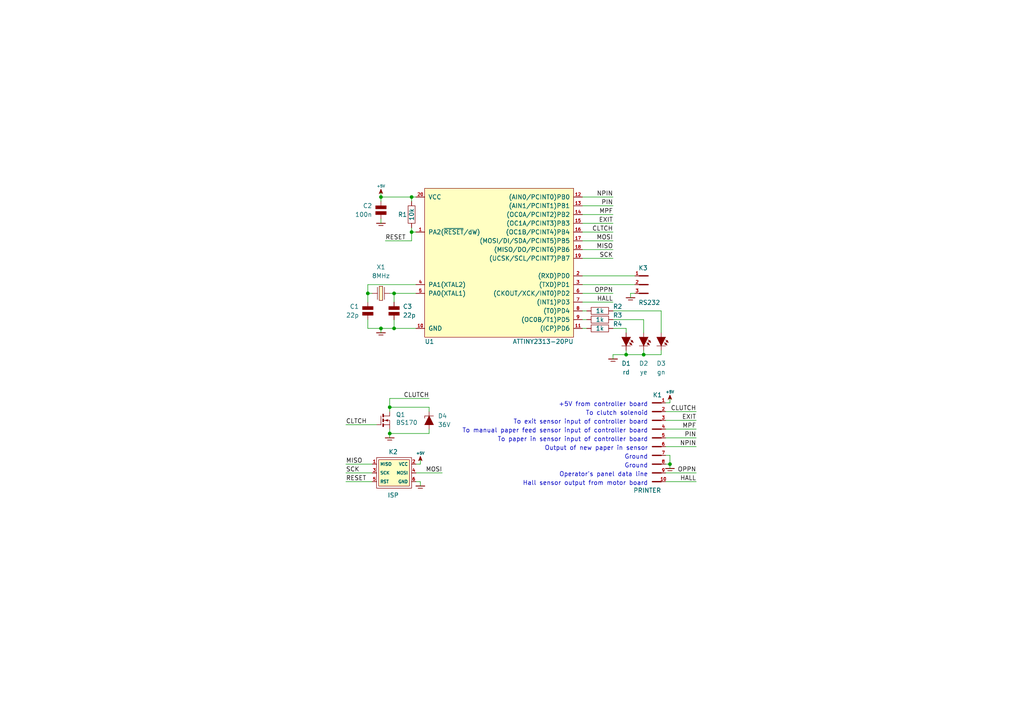
<source format=kicad_sch>
(kicad_sch (version 20230121) (generator eeschema)
  (paper "A4")
  (lib_symbols
    (symbol "haxmark-rescue:+5V" (power) (pin_numbers hide) (pin_names (offset 0))
      (property "Value" "+5V" (at 0 1.905 0))
      (symbol "+5V_0_1"
        (polyline (pts (xy -0.508 -0.254) (xy 0 0) (xy 0.508 -0.254) (xy 0 1.016) (xy -0.508 -0.254)) (fill (type outline)))
      )
      (symbol "+5V_1_1"
        (pin power_in line (at 0 0 90) (length 0) hide (name "+5V") (number "1"))
      )
    )
    (symbol "haxmark-rescue:ATTINY2313-20PU" (pin_names (offset 1.016))
      (property "Reference" "U" (at -21.59 -22.86 0))
      (property "Value" "ATTINY2313-20PU" (at 21.59 -22.86 0))
      (symbol "ATTINY2313-20PU_0_1"
        (rectangle (start 21.59 21.59) (end -21.59 -21.59) (fill (type background)))
      )
      (symbol "ATTINY2313-20PU_1_1"
        (pin bidirectional line (at -24.13 8.89 0) (length 2.54) (name "PA2(~{RESET}/dW)") (number "1"))
        (pin power_in line (at -24.13 -19.05 0) (length 2.54) (name "GND") (number "10"))
        (pin bidirectional line (at 24.13 -19.05 180) (length 2.54) (name "(ICP)PD6") (number "11"))
        (pin bidirectional line (at 24.13 19.05 180) (length 2.54) (name "(AIN0/PCINT0)PB0") (number "12"))
        (pin bidirectional line (at 24.13 16.51 180) (length 2.54) (name "(AIN1/PCINT1)PB1") (number "13"))
        (pin bidirectional line (at 24.13 13.97 180) (length 2.54) (name "(OC0A/PCINT2)PB2") (number "14"))
        (pin bidirectional line (at 24.13 11.43 180) (length 2.54) (name "(OC1A/PCINT3)PB3") (number "15"))
        (pin bidirectional line (at 24.13 8.89 180) (length 2.54) (name "(OC1B/PCINT4)PB4") (number "16"))
        (pin bidirectional line (at 24.13 6.35 180) (length 2.54) (name "(MOSI/DI/SDA/PCINT5)PB5") (number "17"))
        (pin bidirectional line (at 24.13 3.81 180) (length 2.54) (name "(MISO/DO/PCINT6)PB6") (number "18"))
        (pin bidirectional line (at 24.13 1.27 180) (length 2.54) (name "(UCSK/SCL/PCINT7)PB7") (number "19"))
        (pin bidirectional line (at 24.13 -3.81 180) (length 2.54) (name "(RXD)PD0") (number "2"))
        (pin power_in line (at -24.13 19.05 0) (length 2.54) (name "VCC") (number "20"))
        (pin bidirectional line (at 24.13 -6.35 180) (length 2.54) (name "(TXD)PD1") (number "3"))
        (pin bidirectional line (at -24.13 -6.35 0) (length 2.54) (name "PA1(XTAL2)") (number "4"))
        (pin bidirectional line (at -24.13 -8.89 0) (length 2.54) (name "PA0(XTAL1)") (number "5"))
        (pin bidirectional line (at 24.13 -8.89 180) (length 2.54) (name "(CKOUT/XCK/INT0)PD2") (number "6"))
        (pin bidirectional line (at 24.13 -11.43 180) (length 2.54) (name "(INT1)PD3") (number "7"))
        (pin bidirectional line (at 24.13 -13.97 180) (length 2.54) (name "(T0)PD4") (number "8"))
        (pin bidirectional line (at 24.13 -16.51 180) (length 2.54) (name "(OC0B/T1)PD5") (number "9"))
      )
    )
    (symbol "haxmark-rescue:BS170" (pin_numbers hide) (pin_names (offset 0) hide)
      (property "Reference" "Q" (at 3.048 1.651 0))
      (property "Value" "BS170" (at 3.048 -0.635 0))
      (symbol "BS170_0_0"
        (rectangle (start -0.7112 -1.016) (end -0.5334 -1.778) (stroke (width 0.254)) (fill (type background)))
        (rectangle (start -0.7112 0.381) (end -0.5334 -0.381) (stroke (width 0.254)) (fill (type background)))
        (rectangle (start -0.7112 1.778) (end -0.5334 1.016) (stroke (width 0.254)) (fill (type background)))
        (polyline (pts (xy 0 0) (xy 0.762 0.254) (xy 0.508 0) (xy 0.762 -0.254) (xy 0 0)) (fill (type outline)))
      )
      (symbol "BS170_0_1"
        (polyline (pts (xy -1.27 -1.27) (xy -1.27 1.27)))
        (polyline (pts (xy 1.27 -1.27) (xy -0.508 -1.27)))
        (polyline (pts (xy 1.27 1.27) (xy -0.508 1.27)))
        (polyline (pts (xy 1.27 -1.27) (xy 1.27 0) (xy -0.635 0)))
      )
      (symbol "BS170_1_1"
        (pin passive line (at 1.27 2.54 270) (length 1.27) (name "D") (number "1"))
        (pin passive line (at -2.54 -1.27 0) (length 1.27) (name "G") (number "2"))
        (pin passive line (at 1.27 -2.54 90) (length 1.27) (name "S") (number "3"))
      )
    )
    (symbol "haxmark-rescue:C" (pin_numbers hide) (pin_names (offset 0.254))
      (property "Reference" "C" (at 2.54 1.27 0))
      (property "Value" "C" (at 2.54 -1.27 0))
      (symbol "C_0_1"
        (rectangle (start -1.524 -0.381) (end 1.524 -1.27) (fill (type outline)))
        (rectangle (start -1.524 1.27) (end 1.524 0.381) (fill (type outline)))
      )
      (symbol "C_1_1"
        (pin passive line (at 0 2.54 270) (length 1.27) (name "~") (number "1"))
        (pin passive line (at 0 -2.54 90) (length 1.27) (name "~") (number "2"))
      )
    )
    (symbol "haxmark-rescue:DZ" (pin_numbers hide) (pin_names (offset 0) hide)
      (property "Reference" "D" (at 0 2.54 0))
      (property "Value" "DZ" (at 0 -2.54 0))
      (symbol "DZ_0_1"
        (polyline (pts (xy 1.27 1.27) (xy 0.635 1.27)))
        (polyline (pts (xy 1.27 1.27) (xy 1.27 -1.27)))
        (polyline (pts (xy -1.27 1.27) (xy -1.27 -1.27) (xy 1.27 0) (xy -1.27 1.27)) (fill (type outline)))
      )
      (symbol "DZ_1_1"
        (pin passive line (at -2.54 0 0) (length 1.27) (name "A") (number "1"))
        (pin passive line (at 2.54 0 180) (length 1.27) (name "C") (number "2"))
      )
    )
    (symbol "haxmark-rescue:GND" (power) (pin_names (offset 0))
      (symbol "GND_0_1"
        (polyline (pts (xy -1.27 0) (xy 1.27 0)) (stroke (width 0.254)))
        (polyline (pts (xy -0.635 -0.635) (xy 0.635 -0.635)) (stroke (width 0.2032)))
      )
      (symbol "GND_1_1"
        (pin power_in line (at 0 0 90) (length 0) hide (name "GND") (number "1"))
      )
    )
    (symbol "haxmark-rescue:ISP6" (pin_names (offset 1.016))
      (property "Reference" "K" (at -0.254 6.096 0))
      (property "Value" "ISP6" (at -0.254 -6.477 0))
      (symbol "ISP6_0_1"
        (rectangle (start -5.08 4.445) (end 5.08 -4.445))
        (rectangle (start -4.445 3.81) (end 4.445 -3.81) (fill (type background)))
      )
      (symbol "ISP6_1_1"
        (pin passive line (at -6.35 2.54 0) (length 1.27) (name "MISO") (number "1"))
        (pin passive line (at 6.35 2.54 180) (length 1.27) (name "VCC") (number "2"))
        (pin passive line (at -6.35 0 0) (length 1.27) (name "SCK") (number "3"))
        (pin passive line (at 6.35 0 180) (length 1.27) (name "MOSI") (number "4"))
        (pin passive line (at -6.35 -2.54 0) (length 1.27) (name "RST") (number "5"))
        (pin passive line (at 6.35 -2.54 180) (length 1.27) (name "GND") (number "6"))
      )
    )
    (symbol "haxmark-rescue:LED" (pin_numbers hide) (pin_names (offset 0) hide)
      (property "Reference" "D" (at 0 3.175 0))
      (property "Value" "LED" (at 0 -3.175 0))
      (symbol "LED_0_1"
        (polyline (pts (xy -0.508 1.27) (xy 0.254 2.032)))
        (polyline (pts (xy 0.254 0.889) (xy 1.016 1.651)))
        (polyline (pts (xy 1.27 1.27) (xy 1.27 -1.27)))
        (polyline (pts (xy -1.27 1.27) (xy -1.27 -1.27) (xy 1.27 0) (xy -1.27 1.27)) (fill (type outline)))
        (polyline (pts (xy 0.254 2.032) (xy -0.381 1.778) (xy 0 1.397) (xy 0.254 2.032)) (fill (type outline)))
        (polyline (pts (xy 1.016 1.651) (xy 0.381 1.397) (xy 0.762 1.016) (xy 1.016 1.651)) (fill (type outline)))
      )
      (symbol "LED_1_1"
        (pin passive line (at -2.54 0 0) (length 1.27) (name "A") (number "1"))
        (pin passive line (at 2.54 0 180) (length 1.27) (name "C") (number "2"))
      )
    )
    (symbol "haxmark-rescue:M1_10" (pin_names (offset 1.016))
      (property "Reference" "K" (at -0.254 13.716 0))
      (property "Value" "M1_10" (at 0 -13.97 0))
      (symbol "M1_10_0_1"
        (polyline (pts (xy 0 -11.43) (xy 2.54 -11.43)) (stroke (width 0.381)))
        (polyline (pts (xy 0 -8.89) (xy 2.54 -8.89)) (stroke (width 0.381)))
        (polyline (pts (xy 0 -6.35) (xy 2.54 -6.35)) (stroke (width 0.381)))
        (polyline (pts (xy 0 -3.81) (xy 2.54 -3.81)) (stroke (width 0.381)))
        (polyline (pts (xy 0 -1.27) (xy 2.54 -1.27)) (stroke (width 0.381)))
        (polyline (pts (xy 0 1.27) (xy 2.54 1.27)) (stroke (width 0.381)))
        (polyline (pts (xy 0 3.81) (xy 2.54 3.81)) (stroke (width 0.381)))
        (polyline (pts (xy 0 6.35) (xy 2.54 6.35)) (stroke (width 0.381)))
        (polyline (pts (xy 0 8.89) (xy 2.54 8.89)) (stroke (width 0.381)))
        (polyline (pts (xy 0 11.43) (xy 2.54 11.43)) (stroke (width 0.381)))
      )
      (symbol "M1_10_1_1"
        (pin passive line (at -1.27 11.43 0) (length 1.27) (name "~") (number "1"))
        (pin passive line (at -1.27 -11.43 0) (length 1.27) (name "~") (number "10"))
        (pin passive line (at -1.27 8.89 0) (length 1.27) (name "~") (number "2"))
        (pin passive line (at -1.27 6.35 0) (length 1.27) (name "~") (number "3"))
        (pin passive line (at -1.27 3.81 0) (length 1.27) (name "~") (number "4"))
        (pin passive line (at -1.27 1.27 0) (length 1.27) (name "~") (number "5"))
        (pin passive line (at -1.27 -1.27 0) (length 1.27) (name "~") (number "6"))
        (pin passive line (at -1.27 -3.81 0) (length 1.27) (name "~") (number "7"))
        (pin passive line (at -1.27 -6.35 0) (length 1.27) (name "~") (number "8"))
        (pin passive line (at -1.27 -8.89 0) (length 1.27) (name "~") (number "9"))
      )
    )
    (symbol "haxmark-rescue:M1_3" (pin_names (offset 1.016))
      (property "Reference" "K" (at -0.254 4.826 0))
      (property "Value" "M1_3" (at -0.254 -5.207 0))
      (symbol "M1_3_0_1"
        (polyline (pts (xy 0 -2.54) (xy 2.54 -2.54)) (stroke (width 0.381)))
        (polyline (pts (xy 0 0) (xy 2.54 0)) (stroke (width 0.381)))
        (polyline (pts (xy 0 2.54) (xy 2.54 2.54)) (stroke (width 0.381)))
      )
      (symbol "M1_3_1_1"
        (pin passive line (at -1.27 2.54 0) (length 1.27) (name "~") (number "1"))
        (pin passive line (at -1.27 0 0) (length 1.27) (name "~") (number "2"))
        (pin passive line (at -1.27 -2.54 0) (length 1.27) (name "~") (number "3"))
      )
    )
    (symbol "haxmark-rescue:R" (pin_numbers hide) (pin_names (offset 0))
      (property "Reference" "R" (at 1.27 0 0))
      (property "Value" "R" (at 0 0 90))
      (symbol "R_0_1"
        (rectangle (start -1.016 2.54) (end 1.016 -2.54))
      )
      (symbol "R_1_1"
        (pin passive line (at 0 3.81 270) (length 1.27) (name "~") (number "1"))
        (pin passive line (at 0 -3.81 90) (length 1.27) (name "~") (number "2"))
      )
    )
    (symbol "haxmark-rescue:XTAL" (pin_names (offset 1.016))
      (property "Reference" "X" (at 2.54 1.27 0))
      (property "Value" "XTAL" (at 2.54 -1.27 0))
      (symbol "XTAL_1_1"
        (rectangle (start -2.032 0.508) (end 2.032 -0.508) (fill (type background)))
        (polyline (pts (xy -1.778 -1.016) (xy 1.778 -1.016)))
        (polyline (pts (xy -1.778 1.016) (xy 1.778 1.016)))
        (pin power_in line (at 0 2.54 270) (length 1.524) (name "~") (number "1"))
        (pin power_in line (at 0 -2.54 90) (length 1.524) (name "~") (number "2"))
      )
    )
  )
  (junction (at 119.38 57.15))
  (junction (at 110.49 57.15))
  (junction (at 110.49 95.25))
  (junction (at 181.61 102.87))
  (junction (at 113.03 125.73))
  (junction (at 113.03 118.11))
  (junction (at 114.3 95.25))
  (junction (at 119.38 67.31))
  (junction (at 186.69 102.87))
  (junction (at 106.68 85.09))
  (junction (at 114.3 85.09))
  (junction (at 194.31 134.62))
  (wire (pts (xy 121.92 139.7) (xy 120.65 139.7)))
  (wire (pts (xy 168.91 92.71) (xy 170.18 92.71)))
  (wire (pts (xy 201.93 137.16) (xy 193.04 137.16)))
  (wire (pts (xy 191.77 90.17) (xy 191.77 96.52)))
  (wire (pts (xy 194.31 132.08) (xy 193.04 132.08)))
  (wire (pts (xy 184.15 80.01) (xy 168.91 80.01)))
  (wire (pts (xy 121.92 133.35) (xy 121.92 134.62)))
  (wire (pts (xy 113.03 118.11) (xy 113.03 119.38)))
  (wire (pts (xy 110.49 96.52) (xy 110.49 95.25)))
  (wire (pts (xy 110.49 57.15) (xy 110.49 58.42)))
  (wire (pts (xy 186.69 92.71) (xy 186.69 96.52)))
  (wire (pts (xy 177.8 64.77) (xy 168.91 64.77)))
  (wire (pts (xy 194.31 134.62) (xy 194.31 135.89)))
  (wire (pts (xy 191.77 102.87) (xy 191.77 101.6)))
  (wire (pts (xy 193.04 116.84) (xy 194.31 116.84)))
  (wire (pts (xy 113.03 124.46) (xy 113.03 125.73)))
  (wire (pts (xy 119.38 67.31) (xy 120.65 67.31)))
  (wire (pts (xy 201.93 129.54) (xy 193.04 129.54)))
  (wire (pts (xy 177.8 90.17) (xy 191.77 90.17)))
  (wire (pts (xy 121.92 140.97) (xy 121.92 139.7)))
  (wire (pts (xy 181.61 95.25) (xy 177.8 95.25)))
  (wire (pts (xy 177.8 57.15) (xy 168.91 57.15)))
  (wire (pts (xy 106.68 85.09) (xy 106.68 87.63)))
  (wire (pts (xy 119.38 67.31) (xy 119.38 69.85)))
  (wire (pts (xy 177.8 59.69) (xy 168.91 59.69)))
  (wire (pts (xy 194.31 134.62) (xy 193.04 134.62)))
  (wire (pts (xy 128.27 137.16) (xy 120.65 137.16)))
  (wire (pts (xy 201.93 119.38) (xy 193.04 119.38)))
  (wire (pts (xy 114.3 85.09) (xy 120.65 85.09)))
  (wire (pts (xy 177.8 74.93) (xy 168.91 74.93)))
  (wire (pts (xy 124.46 118.11) (xy 124.46 119.38)))
  (wire (pts (xy 170.18 95.25) (xy 168.91 95.25)))
  (wire (pts (xy 100.33 123.19) (xy 109.22 123.19)))
  (wire (pts (xy 186.69 102.87) (xy 186.69 101.6)))
  (wire (pts (xy 113.03 125.73) (xy 113.03 127)))
  (wire (pts (xy 114.3 95.25) (xy 120.65 95.25)))
  (wire (pts (xy 177.8 87.63) (xy 168.91 87.63)))
  (wire (pts (xy 177.8 69.85) (xy 168.91 69.85)))
  (wire (pts (xy 120.65 82.55) (xy 106.68 82.55)))
  (wire (pts (xy 177.8 85.09) (xy 168.91 85.09)))
  (wire (pts (xy 110.49 55.88) (xy 110.49 57.15)))
  (wire (pts (xy 106.68 82.55) (xy 106.68 85.09)))
  (wire (pts (xy 113.03 115.57) (xy 113.03 118.11)))
  (wire (pts (xy 177.8 92.71) (xy 186.69 92.71)))
  (wire (pts (xy 114.3 95.25) (xy 114.3 92.71)))
  (wire (pts (xy 177.8 102.87) (xy 181.61 102.87)))
  (wire (pts (xy 181.61 102.87) (xy 181.61 101.6)))
  (wire (pts (xy 107.95 134.62) (xy 100.33 134.62)))
  (wire (pts (xy 182.88 85.09) (xy 184.15 85.09)))
  (wire (pts (xy 177.8 104.14) (xy 177.8 102.87)))
  (wire (pts (xy 119.38 57.15) (xy 119.38 58.42)))
  (wire (pts (xy 119.38 66.04) (xy 119.38 67.31)))
  (wire (pts (xy 110.49 64.77) (xy 110.49 63.5)))
  (wire (pts (xy 124.46 125.73) (xy 124.46 124.46)))
  (wire (pts (xy 201.93 121.92) (xy 193.04 121.92)))
  (wire (pts (xy 119.38 57.15) (xy 120.65 57.15)))
  (wire (pts (xy 168.91 82.55) (xy 184.15 82.55)))
  (wire (pts (xy 182.88 86.36) (xy 182.88 85.09)))
  (wire (pts (xy 194.31 116.84) (xy 194.31 115.57)))
  (wire (pts (xy 201.93 127) (xy 193.04 127)))
  (wire (pts (xy 100.33 139.7) (xy 107.95 139.7)))
  (wire (pts (xy 194.31 132.08) (xy 194.31 134.62)))
  (wire (pts (xy 121.92 134.62) (xy 120.65 134.62)))
  (wire (pts (xy 181.61 96.52) (xy 181.61 95.25)))
  (wire (pts (xy 181.61 102.87) (xy 186.69 102.87)))
  (wire (pts (xy 100.33 137.16) (xy 107.95 137.16)))
  (wire (pts (xy 113.03 125.73) (xy 124.46 125.73)))
  (wire (pts (xy 106.68 95.25) (xy 106.68 92.71)))
  (wire (pts (xy 201.93 124.46) (xy 193.04 124.46)))
  (wire (pts (xy 113.03 118.11) (xy 124.46 118.11)))
  (wire (pts (xy 201.93 139.7) (xy 193.04 139.7)))
  (wire (pts (xy 106.68 95.25) (xy 110.49 95.25)))
  (wire (pts (xy 124.46 115.57) (xy 113.03 115.57)))
  (wire (pts (xy 113.03 85.09) (xy 114.3 85.09)))
  (wire (pts (xy 110.49 95.25) (xy 114.3 95.25)))
  (wire (pts (xy 177.8 72.39) (xy 168.91 72.39)))
  (wire (pts (xy 177.8 62.23) (xy 168.91 62.23)))
  (wire (pts (xy 119.38 69.85) (xy 111.76 69.85)))
  (wire (pts (xy 177.8 67.31) (xy 168.91 67.31)))
  (wire (pts (xy 186.69 102.87) (xy 191.77 102.87)))
  (wire (pts (xy 114.3 85.09) (xy 114.3 87.63)))
  (wire (pts (xy 170.18 90.17) (xy 168.91 90.17)))
  (wire (pts (xy 107.95 85.09) (xy 106.68 85.09)))
  (wire (pts (xy 110.49 57.15) (xy 119.38 57.15)))
  (text "+5V from controller board" (at 187.96 118.11 0) (effects (font (size 1.27 1.27)) (justify right bottom)))
  (text "Ground" (at 187.96 135.89 0) (effects (font (size 1.27 1.27)) (justify right bottom)))
  (text "To paper in sensor input of controller board" (at 187.96 128.27 0) (effects (font (size 1.27 1.27)) (justify right bottom)))
  (text "Hall sensor output from motor board" (at 187.96 140.97 0) (effects (font (size 1.27 1.27)) (justify right bottom)))
  (text "Ground" (at 187.96 133.35 0) (effects (font (size 1.27 1.27)) (justify right bottom)))
  (text "Operator's panel data line" (at 187.96 138.43 0) (effects (font (size 1.27 1.27)) (justify right bottom)))
  (text "Output of new paper in sensor" (at 187.96 130.81 0) (effects (font (size 1.27 1.27)) (justify right bottom)))
  (text "To clutch solenoid" (at 187.96 120.65 0) (effects (font (size 1.27 1.27)) (justify right bottom)))
  (text "To exit sensor input of controller board" (at 187.96 123.19 0) (effects (font (size 1.27 1.27)) (justify right bottom)))
  (text "To manual paper feed sensor input of controller board" (at 187.96 125.73 0) (effects (font (size 1.27 1.27)) (justify right bottom)))
  (label "MPF" (at 201.93 124.46 180))
  (label "EXIT" (at 177.8 64.77 180))
  (label "SCK" (at 100.33 137.16 0))
  (label "SCK" (at 177.8 74.93 180))
  (label "MPF" (at 177.8 62.23 180))
  (label "RESET" (at 100.33 139.7 0))
  (label "OPPN" (at 201.93 137.16 180))
  (label "CLTCH" (at 177.8 67.31 180))
  (label "NPIN" (at 177.8 57.15 180))
  (label "CLUTCH" (at 201.93 119.38 180))
  (label "OPPN" (at 177.8 85.09 180))
  (label "CLTCH" (at 100.33 123.19 0))
  (label "MISO" (at 177.8 72.39 180))
  (label "MISO" (at 100.33 134.62 0))
  (label "MOSI" (at 128.27 137.16 180))
  (label "PIN" (at 201.93 127 180))
  (label "HALL" (at 177.8 87.63 180))
  (label "CLUTCH" (at 124.46 115.57 180))
  (label "EXIT" (at 201.93 121.92 180))
  (label "NPIN" (at 201.93 129.54 180))
  (label "MOSI" (at 177.8 69.85 180))
  (label "PIN" (at 177.8 59.69 180))
  (label "RESET" (at 111.76 69.85 0))
  (label "HALL" (at 201.93 139.7 180))
  (symbol (lib_id "haxmark-rescue:ATTINY2313-20PU") (at 144.78 76.2 0) (unit 1)
    (property "Reference" "U1" (at 123.19 99.06 0) (effects (justify left)))
    (property "Value" "ATTINY2313-20PU" (at 166.37 99.06 0) (effects (justify right)))
    (property "Footprint" "dip:DIP20_300" (effects hide))
  )
  (symbol (lib_id "haxmark-rescue:ISP6") (at 114.3 137.16 0) (unit 1)
    (property "Reference" "K2" (at 114.046 131.064 0))
    (property "Value" "ISP" (at 114.046 143.637 0))
    (property "Footprint" "conn:WSL6G" (effects hide))
  )
  (symbol (lib_id "haxmark-rescue:+5V") (at 110.49 55.88 0) (unit 1)
    (property "Reference" "#PWR01" (effects hide))
    (property "Value" "+5V" (at 110.49 53.975 0) (effects (font (size 0.762 0.762))))
  )
  (symbol (lib_id "haxmark-rescue:R") (at 119.38 62.23 180) (unit 1)
    (property "Reference" "R1" (at 118.11 62.23 0) (effects (justify left)))
    (property "Value" "10k" (at 119.38 62.23 90))
    (property "Footprint" "rcl:R_0207_500" (effects hide))
  )
  (symbol (lib_id "haxmark-rescue:XTAL") (at 110.49 85.09 270) (unit 1)
    (property "Reference" "X1" (at 110.49 77.47 90))
    (property "Value" "8MHz" (at 110.49 80.01 90))
    (property "Footprint" "rcl:XTAL_200" (effects hide))
  )
  (symbol (lib_id "haxmark-rescue:C") (at 114.3 90.17 0) (unit 1)
    (property "Reference" "C3" (at 116.84 88.9 0) (effects (justify left)))
    (property "Value" "22p" (at 116.84 91.44 0) (effects (justify left)))
    (property "Footprint" "rcl:C_200" (effects hide))
  )
  (symbol (lib_id "haxmark-rescue:C") (at 106.68 90.17 0) (mirror y) (unit 1)
    (property "Reference" "C1" (at 104.14 88.9 0) (effects (justify left)))
    (property "Value" "22p" (at 104.14 91.44 0) (effects (justify left)))
    (property "Footprint" "rcl:C_200" (effects hide))
  )
  (symbol (lib_id "haxmark-rescue:C") (at 110.49 60.96 0) (mirror y) (unit 1)
    (property "Reference" "C2" (at 107.95 59.69 0) (effects (justify left)))
    (property "Value" "100n" (at 107.95 62.23 0) (effects (justify left)))
    (property "Footprint" "rcl:C_200" (effects hide))
  )
  (symbol (lib_id "haxmark-rescue:GND") (at 110.49 64.77 0) (unit 1)
    (property "Reference" "#PWR02" (effects hide))
    (property "Value" "GND" (effects hide))
  )
  (symbol (lib_id "haxmark-rescue:GND") (at 121.92 140.97 0) (unit 1)
    (property "Reference" "#PWR03" (effects hide))
    (property "Value" "GND" (effects hide))
  )
  (symbol (lib_id "haxmark-rescue:+5V") (at 121.92 133.35 0) (unit 1)
    (property "Reference" "#PWR04" (effects hide))
    (property "Value" "+5V" (at 121.92 131.445 0) (effects (font (size 0.762 0.762))))
  )
  (symbol (lib_id "haxmark-rescue:BS170") (at 111.76 121.92 0) (unit 1)
    (property "Reference" "Q1" (at 114.808 120.269 0) (effects (justify left)))
    (property "Value" "BS170" (at 114.808 122.555 0) (effects (justify left)))
    (property "Footprint" "to:TO92" (effects hide))
  )
  (symbol (lib_id "haxmark-rescue:DZ") (at 124.46 121.92 90) (unit 1)
    (property "Reference" "D4" (at 127 120.65 90) (effects (justify right)))
    (property "Value" "36V" (at 127 123.19 90) (effects (justify right)))
    (property "Footprint" "do:DO35_500" (effects hide))
  )
  (symbol (lib_id "haxmark-rescue:GND") (at 110.49 96.52 0) (unit 1)
    (property "Reference" "#PWR05" (effects hide))
    (property "Value" "GND" (effects hide))
  )
  (symbol (lib_id "haxmark-rescue:GND") (at 113.03 127 0) (unit 1)
    (property "Reference" "#PWR06" (effects hide))
    (property "Value" "GND" (effects hide))
  )
  (symbol (lib_id "haxmark-rescue:M1_3") (at 185.42 82.55 0) (unit 1)
    (property "Reference" "K3" (at 185.166 77.724 0) (effects (justify left)))
    (property "Value" "RS232" (at 185.166 87.757 0) (effects (justify left)))
    (property "Footprint" "conn:PINHEAD_1_3" (effects hide))
  )
  (symbol (lib_id "haxmark-rescue:GND") (at 182.88 86.36 0) (unit 1)
    (property "Reference" "#PWR07" (effects hide))
    (property "Value" "GND" (effects hide))
  )
  (symbol (lib_id "haxmark-rescue:R") (at 173.99 90.17 90) (unit 1)
    (property "Reference" "R2" (at 177.8 88.9 90) (effects (justify right)))
    (property "Value" "1k" (at 173.99 90.17 90))
    (property "Footprint" "rcl:R_0207_500" (effects hide))
  )
  (symbol (lib_id "haxmark-rescue:R") (at 173.99 92.71 90) (unit 1)
    (property "Reference" "R3" (at 177.8 91.44 90) (effects (justify right)))
    (property "Value" "1k" (at 173.99 92.71 90))
    (property "Footprint" "rcl:R_0207_500" (effects hide))
  )
  (symbol (lib_id "haxmark-rescue:R") (at 173.99 95.25 90) (unit 1)
    (property "Reference" "R4" (at 177.8 93.98 90) (effects (justify right)))
    (property "Value" "1k" (at 173.99 95.25 90))
    (property "Footprint" "rcl:R_0207_500" (effects hide))
  )
  (symbol (lib_id "haxmark-rescue:LED") (at 181.61 99.06 270) (unit 1)
    (property "Reference" "D1" (at 181.61 105.41 90))
    (property "Value" "rd" (at 181.61 107.95 90))
    (property "Footprint" "led:LED_RECT" (effects hide))
  )
  (symbol (lib_id "haxmark-rescue:LED") (at 186.69 99.06 270) (unit 1)
    (property "Reference" "D2" (at 186.69 105.41 90))
    (property "Value" "ye" (at 186.69 107.95 90))
    (property "Footprint" "led:LED_RECT" (effects hide))
  )
  (symbol (lib_id "haxmark-rescue:LED") (at 191.77 99.06 270) (unit 1)
    (property "Reference" "D3" (at 191.77 105.41 90))
    (property "Value" "gn" (at 191.77 107.95 90))
    (property "Footprint" "led:LED_RECT" (effects hide))
  )
  (symbol (lib_id "haxmark-rescue:GND") (at 177.8 104.14 0) (unit 1)
    (property "Reference" "#PWR08" (effects hide))
    (property "Value" "GND" (effects hide))
  )
  (symbol (lib_id "haxmark-rescue:M1_10") (at 191.77 128.27 0) (mirror y) (unit 1)
    (property "Reference" "K1" (at 192.024 114.554 0) (effects (justify left)))
    (property "Value" "PRINTER" (at 191.77 142.24 0) (effects (justify left)))
    (property "Footprint" "conn:PSS254-10G" (effects hide))
  )
  (symbol (lib_id "haxmark-rescue:+5V") (at 194.31 115.57 0) (unit 1)
    (property "Reference" "#PWR09" (effects hide))
    (property "Value" "+5V" (at 194.31 113.665 0) (effects (font (size 0.762 0.762))))
  )
  (symbol (lib_id "haxmark-rescue:GND") (at 194.31 135.89 0) (unit 1)
    (property "Reference" "#PWR010" (effects hide))
    (property "Value" "GND" (effects hide))
  )
)
</source>
